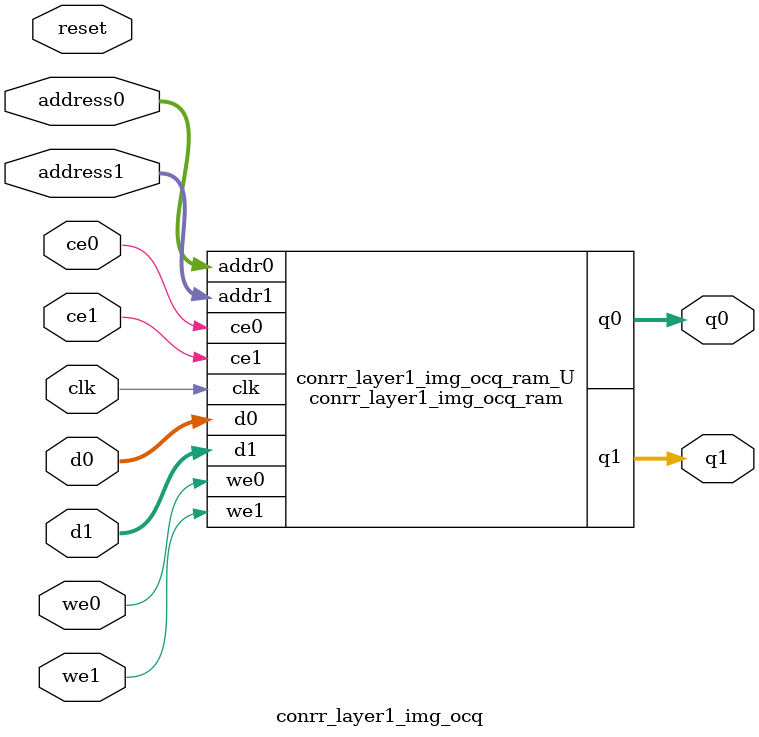
<source format=v>
`timescale 1 ns / 1 ps
module conrr_layer1_img_ocq_ram (addr0, ce0, d0, we0, q0, addr1, ce1, d1, we1, q1,  clk);

parameter DWIDTH = 12;
parameter AWIDTH = 13;
parameter MEM_SIZE = 5508;

input[AWIDTH-1:0] addr0;
input ce0;
input[DWIDTH-1:0] d0;
input we0;
output reg[DWIDTH-1:0] q0;
input[AWIDTH-1:0] addr1;
input ce1;
input[DWIDTH-1:0] d1;
input we1;
output reg[DWIDTH-1:0] q1;
input clk;

(* ram_style = "block" *)reg [DWIDTH-1:0] ram[0:MEM_SIZE-1];




always @(posedge clk)  
begin 
    if (ce0) 
    begin
        if (we0) 
        begin 
            ram[addr0] <= d0; 
        end 
        q0 <= ram[addr0];
    end
end


always @(posedge clk)  
begin 
    if (ce1) 
    begin
        if (we1) 
        begin 
            ram[addr1] <= d1; 
        end 
        q1 <= ram[addr1];
    end
end


endmodule

`timescale 1 ns / 1 ps
module conrr_layer1_img_ocq(
    reset,
    clk,
    address0,
    ce0,
    we0,
    d0,
    q0,
    address1,
    ce1,
    we1,
    d1,
    q1);

parameter DataWidth = 32'd12;
parameter AddressRange = 32'd5508;
parameter AddressWidth = 32'd13;
input reset;
input clk;
input[AddressWidth - 1:0] address0;
input ce0;
input we0;
input[DataWidth - 1:0] d0;
output[DataWidth - 1:0] q0;
input[AddressWidth - 1:0] address1;
input ce1;
input we1;
input[DataWidth - 1:0] d1;
output[DataWidth - 1:0] q1;



conrr_layer1_img_ocq_ram conrr_layer1_img_ocq_ram_U(
    .clk( clk ),
    .addr0( address0 ),
    .ce0( ce0 ),
    .we0( we0 ),
    .d0( d0 ),
    .q0( q0 ),
    .addr1( address1 ),
    .ce1( ce1 ),
    .we1( we1 ),
    .d1( d1 ),
    .q1( q1 ));

endmodule


</source>
